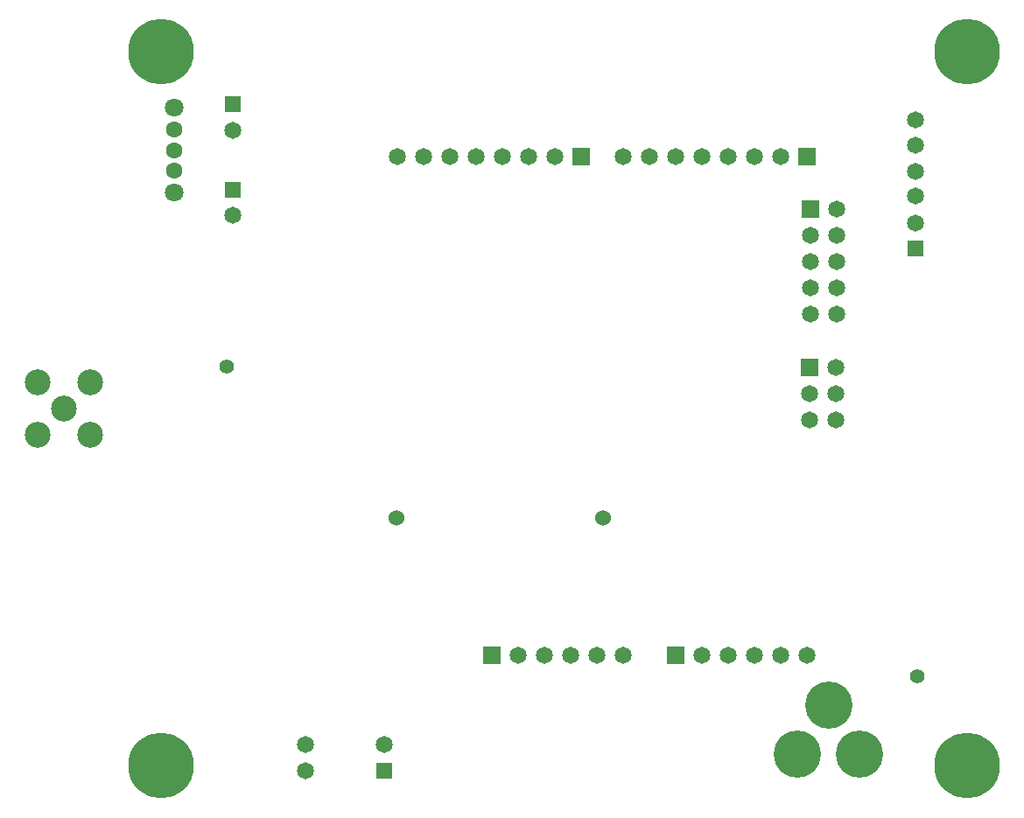
<source format=gbs>
*
%LPD*%
%LNFREAK900LR-MB*%
%FSLAX25Y25*%
%MOIN*%
%AD*%
%AD*%
%ADD19C,0.25*%
%ADD20R,0.065X0.065*%
%ADD21C,0.065*%
%ADD22C,0.18*%
%ADD26C,0.06*%
%ADD41R,0.064959843X0.064959843*%
%ADD42C,0.064959843*%
%ADD64C,0.098429921*%
%ADD65C,0.062990157*%
%ADD68C,0.070870079*%
%ADD69C,0.055*%
G54D19*
%SRX1Y1I0.0J0.0*%
G1X85135Y440221D3*
G1X392135Y440221D3*
G1X85135Y168221D3*
G1X392135Y168221D3*
G54D20*
G1X211135Y210221D3*
G1X245135Y400221D3*
G1X281135Y210221D3*
G1X331135Y400221D3*
G1X332635Y380221D3*
G1X332135Y320021D3*
G54D21*
G1X221135Y210221D3*
G1X231135Y210221D3*
G1X241135Y210221D3*
G1X251135Y210221D3*
G1X261135Y210221D3*
G1X235135Y400221D3*
G1X225135Y400221D3*
G1X215135Y400221D3*
G1X205135Y400221D3*
G1X195135Y400221D3*
G1X185135Y400221D3*
G1X175135Y400221D3*
G1X291135Y210221D3*
G1X301135Y210221D3*
G1X311135Y210221D3*
G1X321135Y210221D3*
G1X331135Y210221D3*
G1X321135Y400221D3*
G1X311135Y400221D3*
G1X301135Y400221D3*
G1X291135Y400221D3*
G1X281135Y400221D3*
G1X271135Y400221D3*
G1X261135Y400221D3*
G1X342635Y380221D3*
G1X332635Y370221D3*
G1X342635Y370221D3*
G1X332635Y360221D3*
G1X342635Y360221D3*
G1X332635Y350221D3*
G1X342635Y350221D3*
G1X332635Y340221D3*
G1X342635Y340221D3*
G1X342135Y320021D3*
G1X332135Y310021D3*
G1X342135Y310021D3*
G1X332135Y300021D3*
G1X342135Y300021D3*
G54D22*
G1X327635Y172721D3*
G1X351257Y172721D3*
G1X339446Y191225D3*
G54D26*
G1X175017Y262721D3*
G1X253757Y262721D3*
G54D41*
G1X112635Y387721D3*
G1X112635Y420221D3*
G1X170135Y166221D3*
G1X372635Y365221D3*
G54D42*
G1X112635Y377878D3*
G1X112635Y410378D3*
G1X170135Y176221D3*
G1X140135Y176221D3*
G1X140135Y166221D3*
G1X372635Y375064D3*
G1X372635Y385221D3*
G1X372635Y394749D3*
G1X372635Y404591D3*
G1X372635Y414434D3*
G54D64*
G1X48135Y304394D3*
G1X58135Y294394D3*
G1X58135Y314394D3*
G1X38135Y294394D3*
G1X38135Y314394D3*
G54D65*
G1X90135Y394847D3*
G1X90135Y402721D3*
G1X90135Y410595D3*
G54D68*
G1X90135Y418863D3*
G1X90135Y386579D3*
G54D69*
G1X373135Y202221D3*
G1X110135Y320221D3*
M2*

</source>
